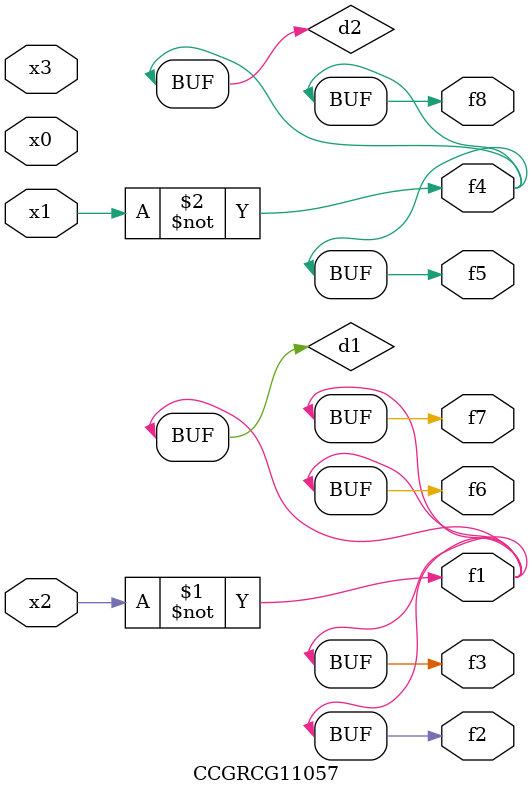
<source format=v>
module CCGRCG11057(
	input x0, x1, x2, x3,
	output f1, f2, f3, f4, f5, f6, f7, f8
);

	wire d1, d2;

	xnor (d1, x2);
	not (d2, x1);
	assign f1 = d1;
	assign f2 = d1;
	assign f3 = d1;
	assign f4 = d2;
	assign f5 = d2;
	assign f6 = d1;
	assign f7 = d1;
	assign f8 = d2;
endmodule

</source>
